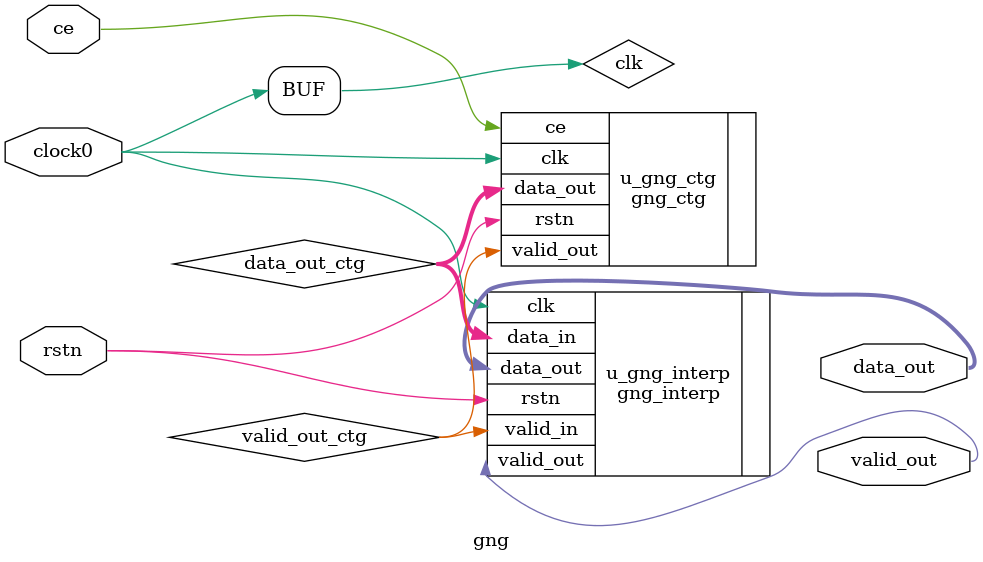
<source format=v>


`timescale 1 ns / 1 ps


module gng #(
    parameter INIT_Z1 = 64'd5030521883283424767,
    parameter INIT_Z2 = 64'd18445829279364155008,
    parameter INIT_Z3 = 64'd18436106298727503359
)
(
    // System signals
    input clock0,                    // system clock
    input rstn,                   // system synchronous reset, active low

    // Data interface
    input ce,                     // clock enable
    output valid_out,             // output data valid
    output [15:0] data_out        // output data, s<16,11>
);

// Local variables
wire valid_out_ctg,clk;
wire [63:0] data_out_ctg;
assign clk = clock0;

// Instances
gng_ctg #(
    .INIT_Z1(INIT_Z1),
    .INIT_Z2(INIT_Z2),
    .INIT_Z3(INIT_Z3)
) u_gng_ctg (
    .clk(clk),
    .rstn(rstn),
    .ce(ce),
    .valid_out(valid_out_ctg),
    .data_out(data_out_ctg)
);

gng_interp u_gng_interp (
    .clk(clk),
    .rstn(rstn),
    .valid_in(valid_out_ctg),
    .data_in(data_out_ctg),
    .valid_out(valid_out),
    .data_out(data_out)
);


endmodule

</source>
